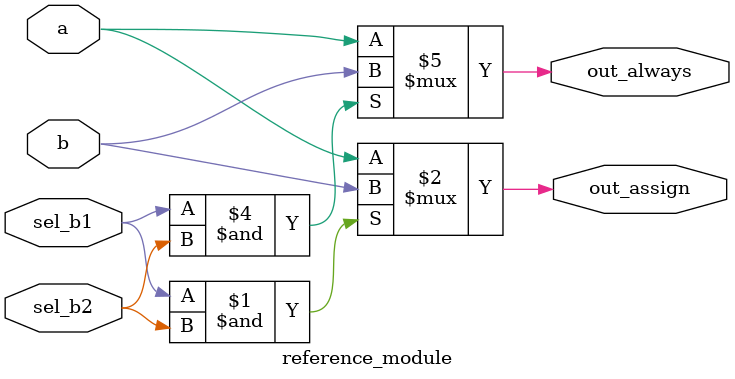
<source format=sv>
module reference_module (
	input a,
	input b,
	input sel_b1,
	input sel_b2,
	output out_assign,
	output reg out_always
);

	assign out_assign = (sel_b1 & sel_b2) ? b : a;
	always @(*) out_always = (sel_b1 & sel_b2) ? b : a;
	
endmodule

</source>
